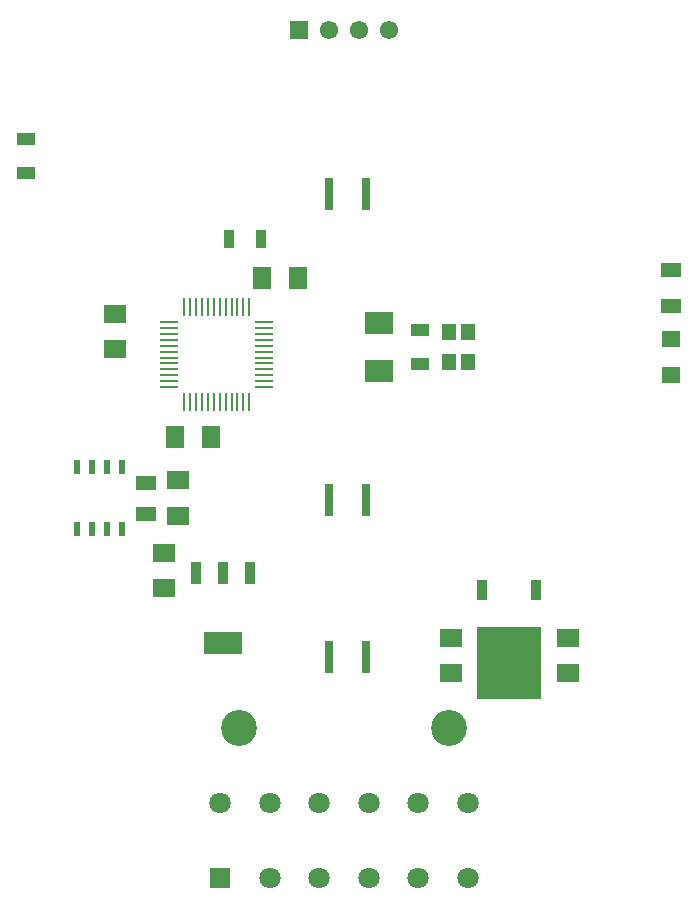
<source format=gbr>
%TF.GenerationSoftware,Altium Limited,Altium Designer,20.0.9 (164)*%
G04 Layer_Color=255*
%FSLAX26Y26*%
%MOIN*%
%TF.FileFunction,Pads,Bot*%
%TF.Part,Single*%
G01*
G75*
%TA.AperFunction,ComponentPad*%
%ADD16C,0.070866*%
%ADD17R,0.070866X0.070866*%
%ADD18C,0.119685*%
%ADD19R,0.061024X0.061024*%
%ADD20C,0.061024*%
%TA.AperFunction,SMDPad,CuDef*%
%ADD23R,0.074803X0.061024*%
%ADD24R,0.035433X0.070866*%
%ADD25R,0.214567X0.244095*%
%ADD26R,0.074803X0.059055*%
%ADD27R,0.029528X0.106299*%
%ADD28R,0.064961X0.043307*%
%ADD29R,0.035433X0.074803*%
%ADD30R,0.125984X0.074803*%
%ADD31O,0.009842X0.061024*%
%ADD32O,0.061024X0.009842*%
%ADD33R,0.059055X0.055118*%
%ADD34R,0.059055X0.074803*%
%ADD35R,0.094488X0.074803*%
%ADD36R,0.070866X0.051181*%
%ADD37R,0.035433X0.062992*%
%ADD38R,0.051181X0.057087*%
G04:AMPARAMS|DCode=39|XSize=21.654mil|YSize=49.213mil|CornerRadius=1.949mil|HoleSize=0mil|Usage=FLASHONLY|Rotation=180.000|XOffset=0mil|YOffset=0mil|HoleType=Round|Shape=RoundedRectangle|*
%AMROUNDEDRECTD39*
21,1,0.021654,0.045315,0,0,180.0*
21,1,0.017756,0.049213,0,0,180.0*
1,1,0.003898,-0.008878,0.022657*
1,1,0.003898,0.008878,0.022657*
1,1,0.003898,0.008878,-0.022657*
1,1,0.003898,-0.008878,-0.022657*
%
%ADD39ROUNDEDRECTD39*%
%ADD40R,0.066929X0.045276*%
D16*
X2361075Y210000D02*
D03*
X2526429D02*
D03*
X2196114D02*
D03*
X2691390D02*
D03*
X2856350D02*
D03*
X2361075Y460000D02*
D03*
X2526429D02*
D03*
X2196114D02*
D03*
X2691390D02*
D03*
X2031153D02*
D03*
X2856350D02*
D03*
D17*
X2031153Y210000D02*
D03*
D18*
X2093752Y710000D02*
D03*
X2793752D02*
D03*
D19*
X2293752Y3035000D02*
D03*
D20*
X2393752D02*
D03*
X2493752D02*
D03*
X2593752D02*
D03*
D23*
X1845000Y1293071D02*
D03*
Y1176929D02*
D03*
X2800000Y1008071D02*
D03*
Y891929D02*
D03*
D24*
X2905236Y1170354D02*
D03*
X3084764D02*
D03*
D25*
X2995000Y926260D02*
D03*
D26*
X3190000Y890945D02*
D03*
Y1009055D02*
D03*
X1890000Y1415945D02*
D03*
Y1534055D02*
D03*
X1680000Y1970945D02*
D03*
Y2089055D02*
D03*
D27*
X2392992Y945000D02*
D03*
X2517008D02*
D03*
X2392992Y1470000D02*
D03*
X2517008D02*
D03*
Y2490000D02*
D03*
X2392992D02*
D03*
D28*
X1385000Y2671102D02*
D03*
Y2558898D02*
D03*
X2695472Y2034567D02*
D03*
Y1922362D02*
D03*
D29*
X1949449Y1226142D02*
D03*
X2040000D02*
D03*
X2130551D02*
D03*
D30*
X2040000Y993858D02*
D03*
D31*
X2127795Y2111929D02*
D03*
X2108110D02*
D03*
X2088425D02*
D03*
X2068740D02*
D03*
X2049055D02*
D03*
X2029370D02*
D03*
X2009685D02*
D03*
X1990000D02*
D03*
X1970315D02*
D03*
X1950630D02*
D03*
X1930945D02*
D03*
X1911260D02*
D03*
Y1795000D02*
D03*
X1930945D02*
D03*
X1950630D02*
D03*
X1970315D02*
D03*
X1990000D02*
D03*
X2009685D02*
D03*
X2029370D02*
D03*
X2049055D02*
D03*
X2068740D02*
D03*
X2088425D02*
D03*
X2108110D02*
D03*
X2127795D02*
D03*
D32*
X1861063Y2061732D02*
D03*
Y2042047D02*
D03*
Y2022362D02*
D03*
Y2002677D02*
D03*
Y1982992D02*
D03*
Y1963307D02*
D03*
Y1943622D02*
D03*
Y1923937D02*
D03*
Y1904252D02*
D03*
Y1884567D02*
D03*
Y1864882D02*
D03*
Y1845197D02*
D03*
X2177992D02*
D03*
Y1864882D02*
D03*
Y1884567D02*
D03*
Y1904252D02*
D03*
Y1923937D02*
D03*
Y1943622D02*
D03*
Y1963307D02*
D03*
Y1982992D02*
D03*
Y2002677D02*
D03*
Y2022362D02*
D03*
Y2042047D02*
D03*
Y2061732D02*
D03*
D33*
X3535000Y2004055D02*
D03*
Y1885945D02*
D03*
D34*
X1999055Y1680000D02*
D03*
X1880945D02*
D03*
X2170945Y2210000D02*
D03*
X2289055D02*
D03*
D35*
X2560472Y2059882D02*
D03*
Y1898465D02*
D03*
D36*
X3535000Y2113976D02*
D03*
Y2236024D02*
D03*
D37*
X2061850Y2340000D02*
D03*
X2168150D02*
D03*
D38*
X2793976Y1928465D02*
D03*
X2856968D02*
D03*
X2793976Y2028465D02*
D03*
X2856968D02*
D03*
D39*
X1705000Y1371654D02*
D03*
X1655000D02*
D03*
X1605000D02*
D03*
X1555000D02*
D03*
X1705000Y1578347D02*
D03*
X1655000D02*
D03*
X1605000D02*
D03*
X1555000D02*
D03*
D40*
X1785000Y1423819D02*
D03*
Y1526181D02*
D03*
%TF.MD5,ba089f8252069c236ddf0d1b7e638dc6*%
M02*

</source>
